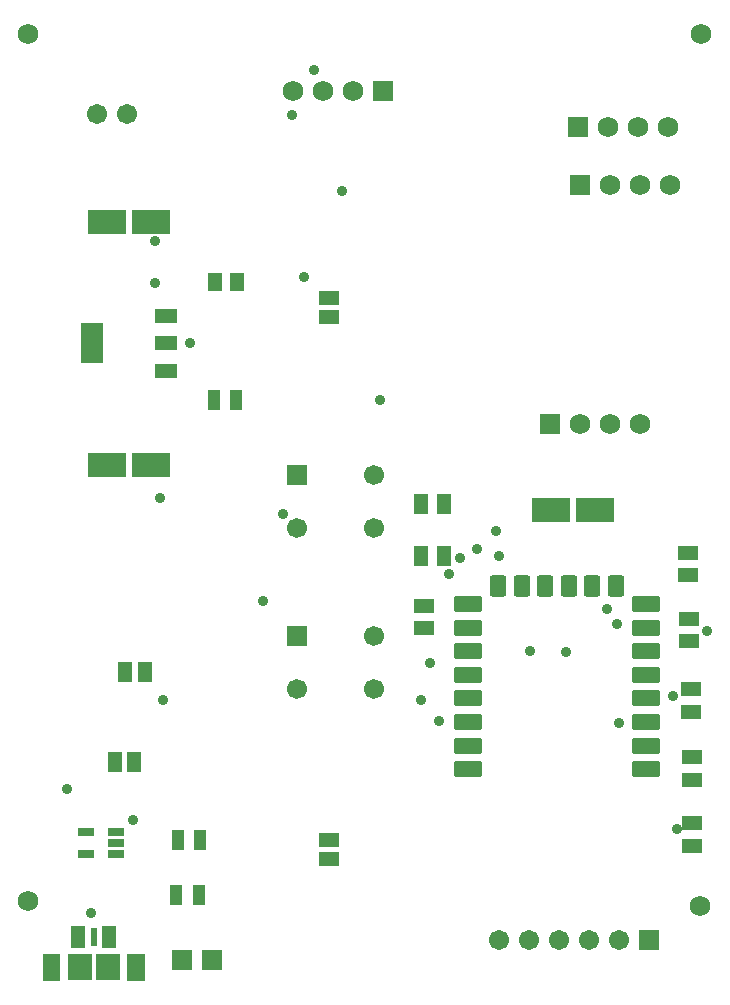
<source format=gts>
G04*
G04 #@! TF.GenerationSoftware,Altium Limited,Altium Designer,23.4.1 (23)*
G04*
G04 Layer_Color=8388736*
%FSLAX44Y44*%
%MOMM*%
G71*
G04*
G04 #@! TF.SameCoordinates,F2A16652-085B-4F69-B410-D4E0E0FCB8A4*
G04*
G04*
G04 #@! TF.FilePolarity,Negative*
G04*
G01*
G75*
%ADD31R,3.2532X2.0032*%
%ADD32R,1.6732X1.2232*%
G04:AMPARAMS|DCode=33|XSize=2.4032mm|YSize=1.4032mm|CornerRadius=0.2216mm|HoleSize=0mm|Usage=FLASHONLY|Rotation=180.000|XOffset=0mm|YOffset=0mm|HoleType=Round|Shape=RoundedRectangle|*
%AMROUNDEDRECTD33*
21,1,2.4032,0.9600,0,0,180.0*
21,1,1.9600,1.4032,0,0,180.0*
1,1,0.4432,-0.9800,0.4800*
1,1,0.4432,0.9800,0.4800*
1,1,0.4432,0.9800,-0.4800*
1,1,0.4432,-0.9800,-0.4800*
%
%ADD33ROUNDEDRECTD33*%
G04:AMPARAMS|DCode=34|XSize=1.8032mm|YSize=1.4032mm|CornerRadius=0.2216mm|HoleSize=0mm|Usage=FLASHONLY|Rotation=270.000|XOffset=0mm|YOffset=0mm|HoleType=Round|Shape=RoundedRectangle|*
%AMROUNDEDRECTD34*
21,1,1.8032,0.9600,0,0,270.0*
21,1,1.3600,1.4032,0,0,270.0*
1,1,0.4432,-0.4800,-0.6800*
1,1,0.4432,-0.4800,0.6800*
1,1,0.4432,0.4800,0.6800*
1,1,0.4432,0.4800,-0.6800*
%
%ADD34ROUNDEDRECTD34*%
%ADD35R,1.6532X1.2032*%
%ADD36R,1.2032X1.6532*%
%ADD37R,1.4732X0.7620*%
%ADD38R,1.2080X1.9080*%
%ADD39R,0.6032X1.6032*%
%ADD40R,2.1032X2.2032*%
%ADD41R,1.1932X1.6732*%
%ADD42R,1.1032X1.6532*%
%ADD43R,1.7532X1.6532*%
%ADD44R,1.2532X1.6032*%
%ADD45R,1.9532X1.1532*%
%ADD46R,1.9532X3.4032*%
%ADD47C,1.7012*%
%ADD48R,1.7012X1.7012*%
%ADD49C,0.6532*%
%ADD50R,1.7332X1.7332*%
%ADD51C,1.7332*%
%ADD52C,1.7272*%
%ADD53R,1.7032X1.7032*%
%ADD54C,1.7032*%
%ADD55C,1.7112*%
%ADD56C,0.9032*%
G36*
X49120Y3624D02*
X34560D01*
Y26640D01*
X49120D01*
Y3624D01*
D02*
G37*
G36*
X120620Y3620D02*
X106171D01*
Y26640D01*
X120620D01*
Y3620D01*
D02*
G37*
D31*
X88870Y646430D02*
D03*
X125870D02*
D03*
X501820Y402590D02*
D03*
X464820D02*
D03*
X125870Y440690D02*
D03*
X88870D02*
D03*
D32*
X276860Y581660D02*
D03*
Y565660D02*
D03*
Y107190D02*
D03*
Y123190D02*
D03*
D33*
X394830Y302880D02*
D03*
X544830Y322880D02*
D03*
X394830Y182880D02*
D03*
Y202880D02*
D03*
Y222880D02*
D03*
Y242880D02*
D03*
Y262880D02*
D03*
Y282880D02*
D03*
Y322880D02*
D03*
X544830Y302880D02*
D03*
Y282880D02*
D03*
Y262880D02*
D03*
Y242880D02*
D03*
Y222880D02*
D03*
Y202880D02*
D03*
Y182880D02*
D03*
D34*
X499830Y337880D02*
D03*
X459830D02*
D03*
X439830D02*
D03*
X519830D02*
D03*
X479830D02*
D03*
X419830D02*
D03*
D35*
X357240Y321310D02*
D03*
Y302310D02*
D03*
X580390Y347370D02*
D03*
Y366370D02*
D03*
X581660Y291490D02*
D03*
Y310490D02*
D03*
X582930Y231800D02*
D03*
Y250800D02*
D03*
X584200Y193040D02*
D03*
Y174040D02*
D03*
Y118160D02*
D03*
Y137160D02*
D03*
D36*
X354990Y363220D02*
D03*
X373990D02*
D03*
X354990Y407670D02*
D03*
X373990D02*
D03*
D37*
X70866Y111252D02*
D03*
Y130048D02*
D03*
X96774D02*
D03*
Y120650D02*
D03*
Y111252D02*
D03*
D38*
X64620Y40640D02*
D03*
X90620D02*
D03*
D39*
X77620D02*
D03*
D40*
X65620Y15140D02*
D03*
X89620D02*
D03*
D41*
X111650Y189230D02*
D03*
X95250D02*
D03*
X104250Y265430D02*
D03*
X120650D02*
D03*
D42*
X147370Y76200D02*
D03*
X166370D02*
D03*
X167640Y123190D02*
D03*
X148640D02*
D03*
X198120Y495300D02*
D03*
X179120D02*
D03*
D43*
X178100Y21590D02*
D03*
X152100D02*
D03*
D44*
X198870Y595630D02*
D03*
X179870D02*
D03*
D45*
X138870Y520560D02*
D03*
Y543560D02*
D03*
Y566560D02*
D03*
D46*
X75870Y543560D02*
D03*
D47*
X249960Y386800D02*
D03*
X314960D02*
D03*
Y431800D02*
D03*
X249960Y250910D02*
D03*
X314960D02*
D03*
Y295910D02*
D03*
D48*
X249960Y431800D02*
D03*
Y295910D02*
D03*
D49*
X41870Y15140D02*
D03*
X113370D02*
D03*
D50*
X463540Y474870D02*
D03*
X322580Y756920D02*
D03*
X488990Y678040D02*
D03*
X487680Y726440D02*
D03*
D51*
X488940Y474870D02*
D03*
X514340D02*
D03*
X539740D02*
D03*
X297180Y756920D02*
D03*
X271780D02*
D03*
X246380D02*
D03*
X565190Y678040D02*
D03*
X539790D02*
D03*
X514390D02*
D03*
X563880Y726440D02*
D03*
X538480D02*
D03*
X513080D02*
D03*
D52*
X21590Y71120D02*
D03*
Y805180D02*
D03*
X591820D02*
D03*
X590550Y67310D02*
D03*
D53*
X547370Y38100D02*
D03*
D54*
X521970D02*
D03*
X496570D02*
D03*
X471170D02*
D03*
X445770D02*
D03*
X420370D02*
D03*
D55*
X80410Y737870D02*
D03*
X105410D02*
D03*
D56*
X129540Y629920D02*
D03*
X255270Y599440D02*
D03*
X264160Y774700D02*
D03*
X354730Y241700D02*
D03*
X319740Y495300D02*
D03*
X288125Y672935D02*
D03*
X369570Y223520D02*
D03*
X520700Y306070D02*
D03*
X511810Y318760D02*
D03*
X110490Y139700D02*
D03*
X135890Y241300D02*
D03*
X129540Y594360D02*
D03*
X420370Y363220D02*
D03*
X387350Y361950D02*
D03*
X477520Y281940D02*
D03*
X446951Y283121D02*
D03*
X220980Y325120D02*
D03*
X133350Y412750D02*
D03*
X158750Y543560D02*
D03*
X571500Y132080D02*
D03*
X567690Y245110D02*
D03*
X596900Y299720D02*
D03*
X245110Y736600D02*
D03*
X361950Y273050D02*
D03*
X378460Y347980D02*
D03*
X237490Y399270D02*
D03*
X74930Y60960D02*
D03*
X54610Y166370D02*
D03*
X402430Y369570D02*
D03*
X417830Y384810D02*
D03*
X521970Y222250D02*
D03*
M02*

</source>
